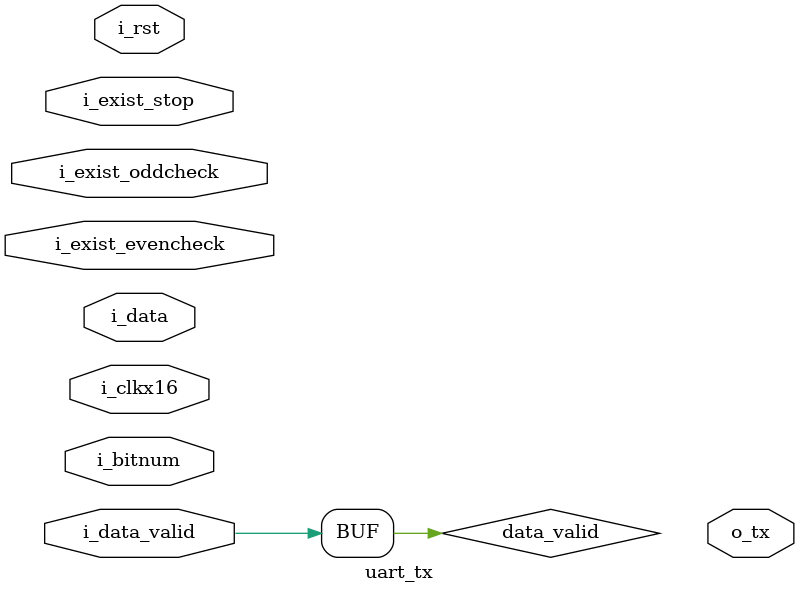
<source format=v>
`timescale 1ns/100ps
`define SIM 0
module uart_tx (
input                 i_clkx16          ,
input                 i_rst             ,

input                 i_exist_oddcheck  ,//´æÔÚÆæÐ£Ñé
input                 i_exist_evencheck ,//´æÔÚÅ¼Ð£Ñé
input                 i_exist_stop      ,//´æÔÚ1bitÍ£Ö¹Î»
input       [3:0]     i_bitnum          ,//Êý¾ÝµÄ¸öÊý5-8

input       [7:0]     i_data            ,
input                 i_data_valid      ,//Âö³å

output                o_tx               //·¢ËÍ¹Ü½Å
);
`ifndef SIM
parameter IDLE = 3'd0,START = 3'd1,TXDATA = 3'd2, CHECK = 3'd3,STOP = 3'd4;
reg [2:0] cur_sta,next_sta;
`else 
parameter IDLE = "IDLE",START = "START",TXDATA = "TXDATA", CHECK = "CHECK",STOP = "STOP";
reg [79:0] cur_sta,next_sta;
`endif
reg exist_oddcheck   ;
reg exist_evencheck  ;
reg exist_stop       ;
reg [3:0] bitnum     ;
reg tx;
wire data_valid      = i_data_valid         ;
reg [7:0] data,data_shift;
reg [3:0] cnt;//Ã¿¸öbit 16¸öÖÜÆÚµÄ¼ÆÊýÆ÷
reg [3:0] cnt_bit;//·¢ËÍÊý¾Ýbit¸öÊýµÄ¼ÆÊýÆ÷
reg checksum;//ÆæÅ¼Ð£Ñé
reg  data_valid_1d;
wire data_valid_1p,IDLE2START;
wire START2TXDATA,TXDATA2CHECK,TXDATA2STOP,TXDATA2IDLE ;
wire CHECK2STOP,CHECK2IDLE,STOP2IDLE;
wire cnt_bit_inc;//Âö³å
wire txdata_last;//TXDATA×´Ì¬µÄ×îºóÒ»ÅÄ£¬ÏÂÒ»ÅÄ¾ÍÒªÌø×ª×´Ì¬¡£
wire cnt_wait;//ÔÚIDLE×´Ì¬ÏÂcnt²»¼ÆÊý£¬¼õÉÙ¹¦ºÄ
always@(posedge i_clkx16 or posedge i_rst)  begin if(i_rst) cur_sta  <= #1 3'b0; else cur_sta <= #1 next_sta;end

always@(*)  begin
    case(cur_sta)
    IDLE:  next_sta = IDLE2START ? START:IDLE;
    START: next_sta = START2TXDATA?TXDATA:START;
    TXDATA: //²»ÓÃcaseËÆºõ¸ü¼ÓÇåÎúÒ»µã
        if(TXDATA2CHECK)     next_sta = CHECK;
        else if(TXDATA2STOP) next_sta = STOP;
        else if(TXDATA2IDLE) next_sta = IDLE;
        else next_sta = TXDATA;
    CHECK: next_sta = CHECK2STOP?STOP:CHECK2IDLE?IDLE:CHECK;
    STOP:  next_sta  = STOP2IDLE?IDLE:STOP;
    default:next_sta = IDLE;
    endcase
end
assign  IDLE2START    = (cur_sta== IDLE ) & data_valid_1p;//IDLE×´Ì¬ÓÐÉÏÉýÑØ¾ÍÌø×ªµ½START¡£
assign  START2TXDATA  = (cur_sta== START) & (cnt==4'hF);//±£³Ö16¸öÖÜÆÚ¾ÍÌø×ª¡£
assign  CHECK2STOP    = (cur_sta== CHECK) & (cnt==4'hF)&(exist_stop);//±£³Ö16¸öÖÜÆÚ¾ÍÌø×ª¡£
assign  CHECK2IDLE    = (cur_sta== CHECK) & (cnt==4'hF)&(~exist_stop);//±£³Ö16¸öÖÜÆÚ¾ÍÌø×ª¡£
assign  STOP2IDLE     = (cur_sta== STOP ) & (cnt==4'hF);//±£³Ö16¸öÖÜÆÚ¾ÍÌø×ª¡£

assign  TXDATA2CHECK  = txdata_last &(exist_oddcheck|exist_evencheck);
assign  TXDATA2STOP   = txdata_last &(~exist_oddcheck)&(~exist_evencheck)&exist_stop;
assign  TXDATA2IDLE   = txdata_last &(~exist_oddcheck)&(~exist_evencheck)&(~exist_stop);

assign  txdata_last  = (cur_sta== TXDATA) & (cnt==4'hF)& (cnt_bit==bitnum);
assign  cnt_bit_inc  = (cur_sta== TXDATA) & (cnt==4'hF);
assign  cnt_wait     = (cur_sta== IDLE) ;
always@(posedge i_clkx16 or posedge i_rst)  begin
    if(i_rst) cnt_bit  <= #1 4'b0; 
    else if(START2TXDATA) cnt_bit <= #1 4'b1;
    else if(cnt_bit_inc)  cnt_bit <= #1 cnt_bit + 1'b1;
end
always@(posedge i_clkx16 or posedge i_rst)  begin
    if(i_rst) cnt  <= #1 4'b0; 
    else if(IDLE2START) cnt <= #1 4'b0;
    else if(cnt_wait) cnt <= #1 4'b0;
    else cnt <= #1 cnt + 1'b1;//Òþº¬ÁË¼ÆÊýµ½4'hF ×Ô¶¯·­×ªÕâÒ»Ìõ¼þ
end
// tx
always@(posedge i_clkx16 or posedge i_rst)  begin
    if(i_rst) tx  <= #1 1'b1; 
    else if(IDLE2START) tx <= #1 4'b0;//¿ªÊ¼
    else if(TXDATA2CHECK&exist_oddcheck)  tx <= #1 checksum;//Å¼Ð£Ñé
    else if(TXDATA2CHECK&exist_evencheck) tx <= #1 ~checksum;//ÆæÐ£Ñé
    else if(CHECK2STOP|TXDATA2STOP) tx <= #1 1'b1;//Í£Ö¹Î»
    else if(CHECK2IDLE|STOP2IDLE|TXDATA2IDLE) tx <= #1 1'b1;//¿ÕÏÐ
    else if(START2TXDATA | (cnt_bit_inc)) tx <= #1 data_shift[0];//Êý¾Ý
    else tx <= #1 tx;
end

// checksum //Å¼Ð£Ñé¾ÍÊÇ1µÄ¸öÊýÎªÅ¼Êý
always@(posedge i_clkx16 or posedge i_rst)  begin 
if(i_rst) checksum   <= #1 1'b0; 
else if(IDLE2START)//ÍíÒ»µãËã¾ÍÐ£ÑéÒ²²»³Ù
case(bitnum[3:0])
   4'd5:   checksum <= #1 ^data[4:0];
   4'd6:   checksum <= #1 ^data[5:0];
   4'd7:   checksum <= #1 ^data[6:0];
   4'd8:   checksum <= #1 ^data[7:0];
   default:checksum <= 1'b0;
   endcase
end

always@(posedge i_clkx16 or posedge i_rst)  begin if(i_rst) data_valid_1d  <= #1 1'b0; else data_valid_1d <= #1 data_valid;end
assign data_valid_1p = data_valid & (~data_valid_1d);
always@(posedge i_clkx16 or posedge i_rst)  begin if(i_rst) data   <= #1 8'b0; else if(data_valid_1p) data <= #1 i_data;end
always@(posedge i_clkx16 or posedge i_rst)  begin 
if(i_rst) data_shift   <= #1 8'b0; 
else if(data_valid_1p) data_shift <= #1 i_data;
else if(START2TXDATA | (cnt_bit_inc) )  data_shift <= #1 data_shift>>1;
end
         
always@(posedge i_clkx16 or posedge i_rst)  begin if(i_rst) exist_oddcheck    <= #1 1'b0; else if(data_valid_1p) exist_oddcheck  <= #1 i_exist_oddcheck ;end
always@(posedge i_clkx16 or posedge i_rst)  begin if(i_rst) exist_evencheck   <= #1 1'b0; else if(data_valid_1p) exist_evencheck <= #1 i_exist_evencheck;end
always@(posedge i_clkx16 or posedge i_rst)  begin if(i_rst) exist_stop        <= #1 1'b0; else if(data_valid_1p) exist_stop      <= #1 i_exist_stop     ;end
always@(posedge i_clkx16 or posedge i_rst)  begin if(i_rst) bitnum            <= #1 4'b0; else if(data_valid_1p) bitnum          <= #1 i_bitnum;         end



endmodule



</source>
